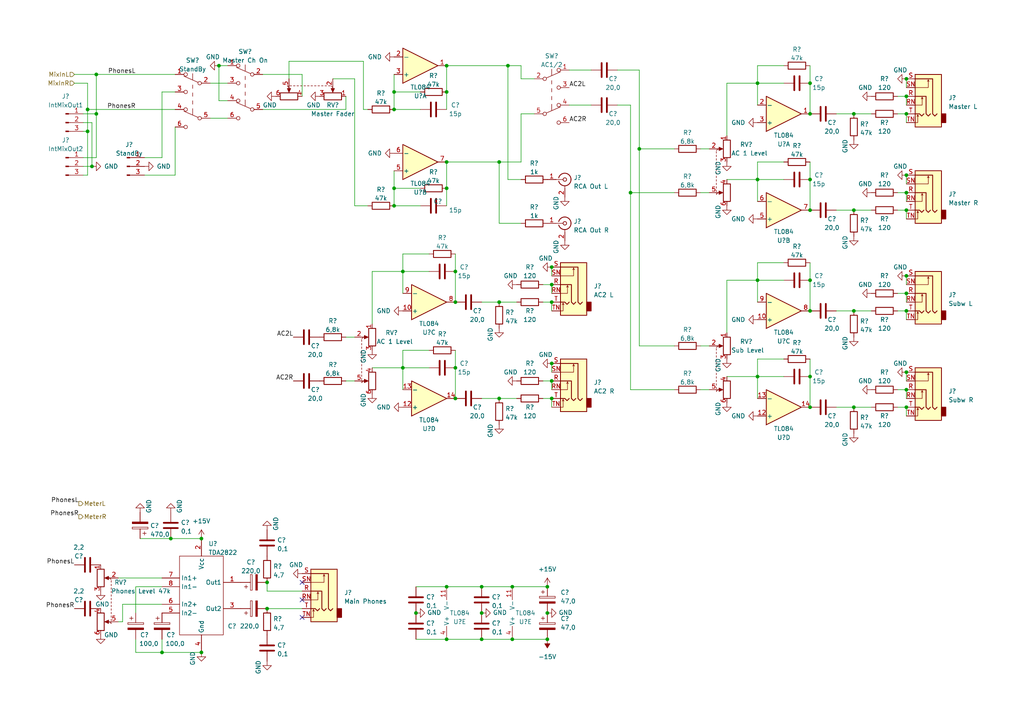
<source format=kicad_sch>
(kicad_sch (version 20211123) (generator eeschema)
  (paper "A4")
  (junction (at 139.7 185.42))
  (junction (at 234.95 60.96))
  (junction (at 132.08 115.57))
  (junction (at 262.89 90.17))
  (junction (at 262.89 85.09))
  (junction (at 26.67 48.26))
  (junction (at 262.89 27.94))
  (junction (at 234.95 24.13))
  (junction (at 148.59 170.18))
  (junction (at 144.78 87.63))
  (junction (at 116.84 78.74))
  (junction (at 58.42 156.21))
  (junction (at 147.32 19.05))
  (junction (at 129.54 26.67))
  (junction (at 120.65 177.8))
  (junction (at 160.02 110.49))
  (junction (at 234.95 33.02))
  (junction (at 139.7 177.8))
  (junction (at 182.88 55.88))
  (junction (at 132.08 106.68))
  (junction (at 114.3 59.69))
  (junction (at 114.3 31.75))
  (junction (at 129.54 46.99))
  (junction (at 247.65 90.17))
  (junction (at 148.59 185.42))
  (junction (at 132.08 87.63))
  (junction (at 158.75 177.8))
  (junction (at 262.89 80.01))
  (junction (at 234.95 118.11))
  (junction (at 234.95 52.07))
  (junction (at 262.89 118.11))
  (junction (at 77.47 168.91))
  (junction (at 160.02 105.41))
  (junction (at 219.71 81.28))
  (junction (at 219.71 52.07))
  (junction (at 46.99 189.23))
  (junction (at 160.02 82.55))
  (junction (at 129.54 54.61))
  (junction (at 25.4 38.1))
  (junction (at 262.89 55.88))
  (junction (at 116.84 106.68))
  (junction (at 160.02 115.57))
  (junction (at 262.89 33.02))
  (junction (at 262.89 107.95))
  (junction (at 158.75 170.18))
  (junction (at 262.89 50.8))
  (junction (at 262.89 60.96))
  (junction (at 129.54 19.05))
  (junction (at 144.78 46.99))
  (junction (at 160.02 77.47))
  (junction (at 63.5 19.05))
  (junction (at 144.78 115.57))
  (junction (at 185.42 43.18))
  (junction (at 27.94 33.02))
  (junction (at 160.02 87.63))
  (junction (at 114.3 54.61))
  (junction (at 234.95 81.28))
  (junction (at 247.65 118.11))
  (junction (at 114.3 26.67))
  (junction (at 219.71 109.22))
  (junction (at 58.42 189.23))
  (junction (at 27.94 21.59))
  (junction (at 132.08 78.74))
  (junction (at 234.95 90.17))
  (junction (at 262.89 22.86))
  (junction (at 247.65 60.96))
  (junction (at 262.89 113.03))
  (junction (at 139.7 170.18))
  (junction (at 25.4 31.75))
  (junction (at 129.54 170.18))
  (junction (at 158.75 185.42))
  (junction (at 77.47 176.53))
  (junction (at 49.53 156.21))
  (junction (at 234.95 109.22))
  (junction (at 219.71 24.13))
  (junction (at 129.54 185.42))
  (junction (at 247.65 33.02))
  (no_connect (at 87.63 179.07))
  (no_connect (at 87.63 173.99))
  (no_connect (at 87.63 168.91))
  (wire (pts (xy 132.08 78.74) (xy 132.08 87.63)))
  (wire (pts (xy 46.99 185.42) (xy 46.99 189.23)))
  (wire (pts (xy 260.35 55.88) (xy 262.89 55.88)))
  (wire (pts (xy 121.92 31.75) (xy 114.3 31.75)))
  (wire (pts (xy 262.89 85.09) (xy 262.89 87.63)))
  (wire (pts (xy 24.13 38.1) (xy 25.4 38.1)))
  (wire (pts (xy 132.08 73.66) (xy 132.08 78.74)))
  (wire (pts (xy 185.42 43.18) (xy 195.58 43.18)))
  (wire (pts (xy 147.32 52.07) (xy 147.32 19.05)))
  (wire (pts (xy 148.59 170.18) (xy 158.75 170.18)))
  (wire (pts (xy 151.13 33.02) (xy 151.13 46.99)))
  (wire (pts (xy 160.02 110.49) (xy 160.02 113.03)))
  (wire (pts (xy 129.54 54.61) (xy 129.54 59.69)))
  (wire (pts (xy 129.54 46.99) (xy 144.78 46.99)))
  (wire (pts (xy 25.4 31.75) (xy 50.8 31.75)))
  (wire (pts (xy 260.35 118.11) (xy 262.89 118.11)))
  (wire (pts (xy 157.48 115.57) (xy 160.02 115.57)))
  (wire (pts (xy 46.99 45.72) (xy 41.91 45.72)))
  (wire (pts (xy 260.35 27.94) (xy 262.89 27.94)))
  (wire (pts (xy 50.8 36.83) (xy 50.8 50.8)))
  (wire (pts (xy 87.63 171.45) (xy 77.47 171.45)))
  (wire (pts (xy 46.99 26.67) (xy 46.99 45.72)))
  (wire (pts (xy 120.65 185.42) (xy 129.54 185.42)))
  (wire (pts (xy 107.95 106.68) (xy 116.84 106.68)))
  (wire (pts (xy 210.82 52.07) (xy 219.71 52.07)))
  (wire (pts (xy 129.54 185.42) (xy 139.7 185.42)))
  (wire (pts (xy 87.63 21.59) (xy 87.63 27.94)))
  (wire (pts (xy 129.54 170.18) (xy 139.7 170.18)))
  (wire (pts (xy 102.87 22.86) (xy 102.87 59.69)))
  (wire (pts (xy 151.13 64.77) (xy 144.78 64.77)))
  (wire (pts (xy 219.71 81.28) (xy 219.71 87.63)))
  (wire (pts (xy 96.52 22.86) (xy 102.87 22.86)))
  (wire (pts (xy 147.32 19.05) (xy 151.13 19.05)))
  (wire (pts (xy 60.96 34.29) (xy 66.04 34.29)))
  (wire (pts (xy 35.56 180.34) (xy 34.29 180.34)))
  (wire (pts (xy 262.89 27.94) (xy 262.89 30.48)))
  (wire (pts (xy 76.2 31.75) (xy 100.33 31.75)))
  (wire (pts (xy 105.41 31.75) (xy 105.41 17.78)))
  (wire (pts (xy 179.07 20.32) (xy 185.42 20.32)))
  (wire (pts (xy 227.33 46.99) (xy 219.71 46.99)))
  (wire (pts (xy 144.78 115.57) (xy 149.86 115.57)))
  (wire (pts (xy 114.3 26.67) (xy 114.3 21.59)))
  (wire (pts (xy 260.35 33.02) (xy 262.89 33.02)))
  (wire (pts (xy 21.59 21.59) (xy 27.94 21.59)))
  (wire (pts (xy 77.47 171.45) (xy 77.47 168.91)))
  (wire (pts (xy 203.2 113.03) (xy 205.74 113.03)))
  (wire (pts (xy 262.89 55.88) (xy 262.89 58.42)))
  (wire (pts (xy 247.65 33.02) (xy 252.73 33.02)))
  (wire (pts (xy 260.35 85.09) (xy 262.89 85.09)))
  (wire (pts (xy 27.94 21.59) (xy 27.94 33.02)))
  (wire (pts (xy 260.35 113.03) (xy 262.89 113.03)))
  (wire (pts (xy 107.95 78.74) (xy 107.95 93.98)))
  (wire (pts (xy 160.02 87.63) (xy 160.02 90.17)))
  (wire (pts (xy 262.89 50.8) (xy 262.89 53.34)))
  (wire (pts (xy 25.4 38.1) (xy 25.4 50.8)))
  (wire (pts (xy 114.3 54.61) (xy 114.3 49.53)))
  (wire (pts (xy 40.64 156.21) (xy 49.53 156.21)))
  (wire (pts (xy 219.71 46.99) (xy 219.71 52.07)))
  (wire (pts (xy 219.71 109.22) (xy 219.71 115.57)))
  (wire (pts (xy 227.33 76.2) (xy 219.71 76.2)))
  (wire (pts (xy 160.02 82.55) (xy 160.02 85.09)))
  (wire (pts (xy 46.99 189.23) (xy 58.42 189.23)))
  (wire (pts (xy 100.33 110.49) (xy 102.87 110.49)))
  (wire (pts (xy 234.95 76.2) (xy 234.95 81.28)))
  (wire (pts (xy 262.89 33.02) (xy 262.89 35.56)))
  (wire (pts (xy 114.3 59.69) (xy 114.3 54.61)))
  (wire (pts (xy 129.54 46.99) (xy 129.54 54.61)))
  (wire (pts (xy 154.94 33.02) (xy 151.13 33.02)))
  (wire (pts (xy 247.65 90.17) (xy 252.73 90.17)))
  (wire (pts (xy 234.95 81.28) (xy 234.95 90.17)))
  (wire (pts (xy 157.48 110.49) (xy 160.02 110.49)))
  (wire (pts (xy 121.92 54.61) (xy 114.3 54.61)))
  (wire (pts (xy 124.46 101.6) (xy 116.84 101.6)))
  (wire (pts (xy 25.4 50.8) (xy 24.13 50.8)))
  (wire (pts (xy 151.13 52.07) (xy 147.32 52.07)))
  (wire (pts (xy 105.41 31.75) (xy 106.68 31.75)))
  (wire (pts (xy 26.67 35.56) (xy 24.13 35.56)))
  (wire (pts (xy 262.89 90.17) (xy 262.89 92.71)))
  (wire (pts (xy 24.13 48.26) (xy 26.67 48.26)))
  (wire (pts (xy 182.88 55.88) (xy 195.58 55.88)))
  (wire (pts (xy 120.65 170.18) (xy 129.54 170.18)))
  (wire (pts (xy 234.95 46.99) (xy 234.95 52.07)))
  (wire (pts (xy 203.2 55.88) (xy 205.74 55.88)))
  (wire (pts (xy 139.7 87.63) (xy 144.78 87.63)))
  (wire (pts (xy 160.02 115.57) (xy 160.02 118.11)))
  (wire (pts (xy 165.1 30.48) (xy 171.45 30.48)))
  (wire (pts (xy 107.95 78.74) (xy 116.84 78.74)))
  (wire (pts (xy 185.42 100.33) (xy 185.42 43.18)))
  (wire (pts (xy 165.1 20.32) (xy 171.45 20.32)))
  (wire (pts (xy 114.3 59.69) (xy 121.92 59.69)))
  (wire (pts (xy 21.59 24.13) (xy 25.4 24.13)))
  (wire (pts (xy 160.02 105.41) (xy 160.02 107.95)))
  (wire (pts (xy 132.08 101.6) (xy 132.08 106.68)))
  (wire (pts (xy 262.89 113.03) (xy 262.89 115.57)))
  (wire (pts (xy 234.95 109.22) (xy 234.95 118.11)))
  (wire (pts (xy 179.07 30.48) (xy 182.88 30.48)))
  (wire (pts (xy 50.8 26.67) (xy 46.99 26.67)))
  (wire (pts (xy 124.46 73.66) (xy 116.84 73.66)))
  (wire (pts (xy 49.53 156.21) (xy 58.42 156.21)))
  (wire (pts (xy 242.57 118.11) (xy 247.65 118.11)))
  (wire (pts (xy 227.33 19.05) (xy 219.71 19.05)))
  (wire (pts (xy 219.71 24.13) (xy 219.71 30.48)))
  (wire (pts (xy 210.82 24.13) (xy 219.71 24.13)))
  (wire (pts (xy 139.7 170.18) (xy 148.59 170.18)))
  (wire (pts (xy 227.33 104.14) (xy 219.71 104.14)))
  (wire (pts (xy 151.13 22.86) (xy 151.13 19.05)))
  (wire (pts (xy 144.78 46.99) (xy 151.13 46.99)))
  (wire (pts (xy 262.89 118.11) (xy 262.89 120.65)))
  (wire (pts (xy 139.7 115.57) (xy 144.78 115.57)))
  (wire (pts (xy 219.71 76.2) (xy 219.71 81.28)))
  (wire (pts (xy 27.94 33.02) (xy 24.13 33.02)))
  (wire (pts (xy 66.04 29.21) (xy 63.5 29.21)))
  (wire (pts (xy 154.94 22.86) (xy 151.13 22.86)))
  (wire (pts (xy 27.94 21.59) (xy 50.8 21.59)))
  (wire (pts (xy 203.2 100.33) (xy 205.74 100.33)))
  (wire (pts (xy 148.59 185.42) (xy 158.75 185.42)))
  (wire (pts (xy 182.88 30.48) (xy 182.88 55.88)))
  (wire (pts (xy 25.4 31.75) (xy 25.4 38.1)))
  (wire (pts (xy 25.4 24.13) (xy 25.4 31.75)))
  (wire (pts (xy 124.46 78.74) (xy 116.84 78.74)))
  (wire (pts (xy 234.95 24.13) (xy 234.95 33.02)))
  (wire (pts (xy 262.89 107.95) (xy 262.89 110.49)))
  (wire (pts (xy 227.33 24.13) (xy 219.71 24.13)))
  (wire (pts (xy 100.33 27.94) (xy 100.33 31.75)))
  (wire (pts (xy 210.82 24.13) (xy 210.82 39.37)))
  (wire (pts (xy 260.35 90.17) (xy 262.89 90.17)))
  (wire (pts (xy 39.37 185.42) (xy 39.37 189.23)))
  (wire (pts (xy 60.96 24.13) (xy 66.04 24.13)))
  (wire (pts (xy 185.42 100.33) (xy 195.58 100.33)))
  (wire (pts (xy 262.89 80.01) (xy 262.89 82.55)))
  (wire (pts (xy 234.95 52.07) (xy 234.95 60.96)))
  (wire (pts (xy 63.5 19.05) (xy 66.04 19.05)))
  (wire (pts (xy 129.54 19.05) (xy 129.54 26.67)))
  (wire (pts (xy 242.57 90.17) (xy 247.65 90.17)))
  (wire (pts (xy 116.84 106.68) (xy 124.46 106.68)))
  (wire (pts (xy 234.95 19.05) (xy 234.95 24.13)))
  (wire (pts (xy 160.02 77.47) (xy 160.02 80.01)))
  (wire (pts (xy 219.71 109.22) (xy 227.33 109.22)))
  (wire (pts (xy 219.71 104.14) (xy 219.71 109.22)))
  (wire (pts (xy 63.5 29.21) (xy 63.5 19.05)))
  (wire (pts (xy 219.71 52.07) (xy 227.33 52.07)))
  (wire (pts (xy 129.54 19.05) (xy 147.32 19.05)))
  (wire (pts (xy 203.2 43.18) (xy 205.74 43.18)))
  (wire (pts (xy 139.7 185.42) (xy 148.59 185.42)))
  (wire (pts (xy 116.84 106.68) (xy 116.84 113.03)))
  (wire (pts (xy 76.2 21.59) (xy 87.63 21.59)))
  (wire (pts (xy 46.99 175.26) (xy 35.56 175.26)))
  (wire (pts (xy 210.82 109.22) (xy 219.71 109.22)))
  (wire (pts (xy 247.65 60.96) (xy 252.73 60.96)))
  (wire (pts (xy 26.67 48.26) (xy 26.67 35.56)))
  (wire (pts (xy 262.89 22.86) (xy 262.89 25.4)))
  (wire (pts (xy 182.88 55.88) (xy 182.88 113.03)))
  (wire (pts (xy 219.71 19.05) (xy 219.71 24.13)))
  (wire (pts (xy 144.78 64.77) (xy 144.78 46.99)))
  (wire (pts (xy 157.48 87.63) (xy 160.02 87.63)))
  (wire (pts (xy 227.33 81.28) (xy 219.71 81.28)))
  (wire (pts (xy 242.57 60.96) (xy 247.65 60.96)))
  (wire (pts (xy 219.71 52.07) (xy 219.71 58.42)))
  (wire (pts (xy 144.78 87.63) (xy 149.86 87.63)))
  (wire (pts (xy 39.37 170.18) (xy 46.99 170.18)))
  (wire (pts (xy 34.29 167.64) (xy 46.99 167.64)))
  (wire (pts (xy 27.94 45.72) (xy 27.94 33.02)))
  (wire (pts (xy 260.35 60.96) (xy 262.89 60.96)))
  (wire (pts (xy 39.37 189.23) (xy 46.99 189.23)))
  (wire (pts (xy 157.48 82.55) (xy 160.02 82.55)))
  (wire (pts (xy 121.92 26.67) (xy 114.3 26.67)))
  (wire (pts (xy 185.42 20.32) (xy 185.42 43.18)))
  (wire (pts (xy 39.37 177.8) (xy 39.37 170.18)))
  (wire (pts (xy 83.82 17.78) (xy 105.41 17.78)))
  (wire (pts (xy 114.3 31.75) (xy 114.3 26.67)))
  (wire (pts (xy 242.57 33.02) (xy 247.65 33.02)))
  (wire (pts (xy 35.56 175.26) (xy 35.56 180.34)))
  (wire (pts (xy 116.84 73.66) (xy 116.84 78.74)))
  (wire (pts (xy 24.13 45.72) (xy 27.94 45.72)))
  (wire (pts (xy 116.84 78.74) (xy 116.84 85.09)))
  (wire (pts (xy 116.84 101.6) (xy 116.84 106.68)))
  (wire (pts (xy 210.82 81.28) (xy 210.82 96.52)))
  (wire (pts (xy 210.82 81.28) (xy 219.71 81.28)))
  (wire (pts (xy 100.33 97.79) (xy 102.87 97.79)))
  (wire (pts (xy 102.87 59.69) (xy 106.68 59.69)))
  (wire (pts (xy 129.54 26.67) (xy 129.54 31.75)))
  (wire (pts (xy 50.8 50.8) (xy 41.91 50.8)))
  (wire (pts (xy 83.82 17.78) (xy 83.82 22.86)))
  (wire (pts (xy 182.88 113.03) (xy 195.58 113.03)))
  (wire (pts (xy 132.08 106.68) (xy 132.08 115.57)))
  (wire (pts (xy 247.65 118.11) (xy 252.73 118.11)))
  (wire (pts (xy 234.95 104.14) (xy 234.95 109.22)))
  (wire (pts (xy 77.47 176.53) (xy 87.63 176.53)))
  (wire (pts (xy 262.89 60.96) (xy 262.89 63.5)))
  (label "AC2R" (at 165.1 35.56 0))
  (label "PhonesR" (at 39.37 31.75 180))
  (label "AC2L" (at 165.1 25.4 0))
  (label "PhonesL" (at 22.86 146.05 180))
  (label "PhonesL" (at 39.37 21.59 180))
  (label "PhonesR" (at 21.59 176.53 180))
  (label "PhonesR" (at 22.86 149.86 180))
  (label "PhonesL" (at 21.59 163.83 180))
  (label "AC2R" (at 85.09 110.49 180))
  (label "AC2L" (at 85.09 97.79 180))
  (hierarchical_label "MixInR" (shape input) (at 21.59 24.13 180))
  (hierarchical_label "MixInL" (shape input) (at 21.59 21.59 180))
  (hierarchical_label "MeterL" (shape output) (at 22.86 146.05 0))
  (hierarchical_label "MeterR" (shape output) (at 22.86 149.86 0))
  (symbol (lib_id "Device:R") (at 110.49 59.69 90) (unit 1)
    (property "Reference" "R?" (at 110.49 54.9742 90))
    (property "Value" "47k" (at 110.49 57.5111 90))
    (property "Footprint" "Resistor_SMD:R_1206_3216Metric_Pad1.30x1.75mm_HandSolder" (effects hide))
  )
  (symbol (lib_id "Device:R_Potentiometer_Dual") (at 31.75 173.99 270) (unit 1)
    (property "Reference" "RV?" (at 36.83 168.91 90) (effects (justify right)))
    (property "Value" "Phones Level 47k" (at 49.53 171.45 90) (effects (justify right)))
  )
  (symbol (lib_id "power:+15V") (at 158.75 170.18 0) (unit 1)
    (property "Reference" "#PWR?" (effects hide))
    (property "Value" "+15V" (at 158.75 165.1 0))
  )
  (symbol (lib_id "Device:R") (at 153.67 115.57 90) (unit 1)
    (property "Reference" "R?" (at 153.67 118.11 90))
    (property "Value" "120" (at 153.67 120.65 90))
    (property "Footprint" "Resistor_SMD:R_1206_3216Metric_Pad1.30x1.75mm_HandSolder" (effects hide))
  )
  (symbol (lib_id "Device:R") (at 77.47 180.34 180) (unit 1)
    (property "Reference" "R?" (at 79.248 179.5053 0) (effects (justify right)))
    (property "Value" "4,7" (at 79.248 182.0422 0) (effects (justify right)))
    (property "Footprint" "Resistor_SMD:R_1206_3216Metric_Pad1.30x1.75mm_HandSolder" (effects hide))
  )
  (symbol (lib_id "Amplifier_Operational:TL084") (at 124.46 87.63 0) (mirror x) (unit 3)
    (property "Reference" "U?" (at 124.46 96.4098 0))
    (property "Value" "TL084" (at 124.46 93.8729 0))
    (property "Datasheet" "http://www.ti.com/lit/ds/symlink/tl081.pdf" (effects hide))
  )
  (symbol (lib_id "power:GND") (at 163.83 57.15 0) (mirror y) (unit 1)
    (property "Reference" "#PWR?" (effects hide))
    (property "Value" "GND" (at 161.29 60.96 90) (effects (justify left)))
  )
  (symbol (lib_id "power:GND") (at 219.71 35.56 270) (mirror x) (unit 1)
    (property "Reference" "#PWR?" (effects hide))
    (property "Value" "GND" (at 212.09 35.56 90) (effects (justify left)))
  )
  (symbol (lib_id "Device:C") (at 120.65 173.99 180) (unit 1)
    (property "Reference" "C?" (at 123.571 173.1553 0) (effects (justify right)))
    (property "Value" "0,1" (at 123.571 175.6922 0) (effects (justify right)))
    (property "Footprint" "Capacitor_SMD:C_1206_3216Metric_Pad1.33x1.80mm_HandSolder" (effects hide))
  )
  (symbol (lib_id "Device:R") (at 153.67 82.55 90) (unit 1)
    (property "Reference" "R?" (at 153.67 77.47 90))
    (property "Value" "120" (at 153.67 80.01 90))
    (property "Footprint" "Resistor_SMD:R_1206_3216Metric_Pad1.30x1.75mm_HandSolder" (effects hide))
  )
  (symbol (lib_id "power:GND") (at 210.82 104.14 0) (mirror y) (unit 1)
    (property "Reference" "#PWR?" (effects hide))
    (property "Value" "GND" (at 208.28 107.95 90) (effects (justify left)))
  )
  (symbol (lib_id "Device:C_Polarized") (at 73.66 176.53 90) (unit 1)
    (property "Reference" "C?" (at 67.31 181.61 90))
    (property "Value" "220,0" (at 72.39 181.61 90))
  )
  (symbol (lib_id "Device:R") (at 256.54 118.11 90) (unit 1)
    (property "Reference" "R?" (at 256.54 120.65 90))
    (property "Value" "120" (at 256.54 123.19 90))
    (property "Footprint" "Resistor_SMD:R_1206_3216Metric_Pad1.30x1.75mm_HandSolder" (effects hide))
  )
  (symbol (lib_id "power:GND") (at 114.3 16.51 270) (unit 1)
    (property "Reference" "#PWR?" (effects hide))
    (property "Value" "GND" (at 106.68 16.51 90) (effects (justify left)))
  )
  (symbol (lib_id "power:GND") (at 160.02 77.47 270) (mirror x) (unit 1)
    (property "Reference" "#PWR?" (effects hide))
    (property "Value" "GND" (at 156.21 74.93 90) (effects (justify left)))
  )
  (symbol (lib_id "power:GND") (at 252.73 113.03 270) (mirror x) (unit 1)
    (property "Reference" "#PWR?" (effects hide))
    (property "Value" "GND" (at 248.92 110.49 90) (effects (justify left)))
  )
  (symbol (lib_id "power:GND") (at 252.73 55.88 270) (mirror x) (unit 1)
    (property "Reference" "#PWR?" (effects hide))
    (property "Value" "GND" (at 248.92 53.34 90) (effects (justify left)))
  )
  (symbol (lib_id "Device:R_Potentiometer_Dual") (at 90.17 25.4 0) (mirror y) (unit 1)
    (property "Reference" "RV?" (at 96.52 30.48 0))
    (property "Value" "Master Fader" (at 96.52 33.02 0))
  )
  (symbol (lib_id "Device:C") (at 175.26 30.48 90) (unit 1)
    (property "Reference" "C?" (at 177.8 33.02 90))
    (property "Value" "20,0" (at 177.8 35.56 90))
    (property "Footprint" "Capacitor_SMD:C_1206_3216Metric_Pad1.33x1.80mm_HandSolder" (effects hide))
  )
  (symbol (lib_id "Device:R") (at 154.94 52.07 90) (unit 1)
    (property "Reference" "R?" (at 154.94 47.3542 90))
    (property "Value" "1k" (at 154.94 49.8911 90))
    (property "Footprint" "Resistor_SMD:R_1206_3216Metric_Pad1.30x1.75mm_HandSolder" (effects hide))
  )
  (symbol (lib_id "Device:C") (at 238.76 33.02 90) (unit 1)
    (property "Reference" "C?" (at 241.3 35.56 90))
    (property "Value" "20,0" (at 241.3 38.1 90))
    (property "Footprint" "Capacitor_SMD:C_1206_3216Metric_Pad1.33x1.80mm_HandSolder" (effects hide))
  )
  (symbol (lib_id "power:GND") (at 210.82 46.99 0) (mirror y) (unit 1)
    (property "Reference" "#PWR?" (effects hide))
    (property "Value" "GND" (at 208.28 50.8 90) (effects (justify left)))
  )
  (symbol (lib_id "Device:R_Potentiometer_Dual") (at 105.41 104.14 90) (mirror x) (unit 1)
    (property "Reference" "RV?" (at 111.76 96.52 90) (effects (justify right)))
    (property "Value" "AC 1 Level" (at 109.22 99.06 90) (effects (justify right)))
  )
  (symbol (lib_id "Device:R") (at 125.73 54.61 90) (unit 1)
    (property "Reference" "R?" (at 125.73 49.8942 90))
    (property "Value" "47k" (at 125.73 52.4311 90))
    (property "Footprint" "Resistor_SMD:R_1206_3216Metric_Pad1.30x1.75mm_HandSolder" (effects hide))
  )
  (symbol (lib_id "Device:R") (at 199.39 100.33 90) (unit 1)
    (property "Reference" "R?" (at 199.39 95.6142 90))
    (property "Value" "6,8k" (at 199.39 98.1511 90))
    (property "Footprint" "Resistor_SMD:R_1206_3216Metric_Pad1.30x1.75mm_HandSolder" (effects hide))
  )
  (symbol (lib_id "Device:R_Potentiometer_Dual") (at 208.28 49.53 90) (mirror x) (unit 1)
    (property "Reference" "RV?" (at 214.63 41.91 90) (effects (justify right)))
    (property "Value" "AC 1 Level" (at 212.09 44.45 90) (effects (justify right)))
  )
  (symbol (lib_id "Device:C") (at 238.76 60.96 90) (unit 1)
    (property "Reference" "C?" (at 241.3 63.5 90))
    (property "Value" "20,0" (at 241.3 66.04 90))
    (property "Footprint" "Capacitor_SMD:C_1206_3216Metric_Pad1.33x1.80mm_HandSolder" (effects hide))
  )
  (symbol (lib_id "Amplifier_Operational:TL084") (at 227.33 118.11 0) (mirror x) (unit 4)
    (property "Reference" "U?" (at 227.33 126.8898 0))
    (property "Value" "TL084" (at 227.33 124.3529 0))
    (property "Datasheet" "http://www.ti.com/lit/ds/symlink/tl081.pdf" (effects hide))
  )
  (symbol (lib_id "Device:R") (at 247.65 64.77 180) (unit 1)
    (property "Reference" "R?" (at 249.428 63.9353 0) (effects (justify right)))
    (property "Value" "47k" (at 249.428 66.4722 0) (effects (justify right)))
    (property "Footprint" "Resistor_SMD:R_1206_3216Metric_Pad1.30x1.75mm_HandSolder" (effects hide))
  )
  (symbol (lib_id "Device:R") (at 256.54 90.17 90) (unit 1)
    (property "Reference" "R?" (at 256.54 92.71 90))
    (property "Value" "120" (at 256.54 95.25 90))
    (property "Footprint" "Resistor_SMD:R_1206_3216Metric_Pad1.30x1.75mm_HandSolder" (effects hide))
  )
  (symbol (lib_id "Device:R") (at 154.94 64.77 90) (unit 1)
    (property "Reference" "R?" (at 154.94 60.0542 90))
    (property "Value" "1k" (at 154.94 62.5911 90))
    (property "Footprint" "Resistor_SMD:R_1206_3216Metric_Pad1.30x1.75mm_HandSolder" (effects hide))
  )
  (symbol (lib_id "Device:C_Polarized") (at 73.66 168.91 90) (unit 1)
    (property "Reference" "C?" (at 72.771 163.0512 90))
    (property "Value" "220,0" (at 72.771 165.5881 90))
  )
  (symbol (lib_id "power:GND") (at 77.47 191.77 0) (mirror y) (unit 1)
    (property "Reference" "#PWR?" (effects hide))
    (property "Value" "GND" (at 74.93 195.58 90) (effects (justify left)))
  )
  (symbol (lib_id "Device:C_Polarized") (at 158.75 173.99 0) (unit 1)
    (property "Reference" "C?" (at 162.56 171.8309 0) (effects (justify left)))
    (property "Value" "47,0" (at 162.56 174.3709 0) (effects (justify left)))
    (property "Footprint" "Capacitor_THT:CP_Radial_D6.3mm_P2.50mm" (effects hide))
  )
  (symbol (lib_id "Amplifier_Operational:TL084") (at 151.13 177.8 0) (mirror x) (unit 5)
    (property "Reference" "U?" (at 152.4 180.34 0))
    (property "Value" "TL084" (at 152.4 177.8 0))
    (property "Datasheet" "http://www.ti.com/lit/ds/symlink/tl081.pdf" (effects hide))
  )
  (symbol (lib_id "Device:R") (at 96.52 110.49 90) (unit 1)
    (property "Reference" "R?" (at 96.52 105.7742 90))
    (property "Value" "6,8k" (at 96.52 108.3111 90))
    (property "Footprint" "Resistor_SMD:R_1206_3216Metric_Pad1.30x1.75mm_HandSolder" (effects hide))
  )
  (symbol (lib_id "Device:R") (at 199.39 43.18 90) (unit 1)
    (property "Reference" "R?" (at 199.39 38.4642 90))
    (property "Value" "6,8k" (at 199.39 41.0011 90))
    (property "Footprint" "Resistor_SMD:R_1206_3216Metric_Pad1.30x1.75mm_HandSolder" (effects hide))
  )
  (symbol (lib_id "Connector:AudioJack3_Switch") (at 267.97 113.03 0) (mirror y) (unit 1)
    (property "Reference" "J?" (at 275.082 113.4653 0) (effects (justify right)))
    (property "Value" "Subw R" (at 275.082 116.0022 0) (effects (justify right)))
    (property "Footprint" "Connector_Audio:Jack_6.35mm_Neutrik_NMJ6HCD2_Horizontal" (effects hide))
  )
  (symbol (lib_id "power:GND") (at 29.21 171.45 0) (mirror y) (unit 1)
    (property "Reference" "#PWR?" (effects hide))
    (property "Value" "GND" (at 31.75 175.26 0) (effects (justify left)))
  )
  (symbol (lib_id "Device:R") (at 231.14 104.14 90) (unit 1)
    (property "Reference" "R?" (at 231.14 99.4242 90))
    (property "Value" "47k" (at 231.14 101.9611 90))
    (property "Footprint" "Resistor_SMD:R_1206_3216Metric_Pad1.30x1.75mm_HandSolder" (effects hide))
  )
  (symbol (lib_id "Device:C") (at 25.4 163.83 270) (unit 1)
    (property "Reference" "C?" (at 22.86 161.29 90))
    (property "Value" "2,2" (at 22.86 158.75 90))
    (property "Footprint" "Capacitor_SMD:C_1206_3216Metric_Pad1.33x1.80mm_HandSolder" (effects hide))
  )
  (symbol (lib_id "Device:R") (at 256.54 113.03 90) (unit 1)
    (property "Reference" "R?" (at 256.54 107.95 90))
    (property "Value" "120" (at 256.54 110.49 90))
    (property "Footprint" "Resistor_SMD:R_1206_3216Metric_Pad1.30x1.75mm_HandSolder" (effects hide))
  )
  (symbol (lib_id "Device:C") (at 231.14 109.22 90) (unit 1)
    (property "Reference" "C?" (at 237.49 107.95 90))
    (property "Value" "15p" (at 237.49 110.49 90))
    (property "Footprint" "Capacitor_THT:C_Disc_D5.0mm_W2.5mm_P2.50mm" (effects hide))
  )
  (symbol (lib_id "Device:C") (at 88.9 110.49 90) (unit 1)
    (property "Reference" "C?" (at 91.44 113.03 90))
    (property "Value" "20,0" (at 91.44 115.57 90))
    (property "Footprint" "Capacitor_SMD:C_1206_3216Metric_Pad1.33x1.80mm_HandSolder" (effects hide))
  )
  (symbol (lib_id "Connector:AudioJack3_Switch") (at 267.97 55.88 0) (mirror y) (unit 1)
    (property "Reference" "J?" (at 275.082 56.3153 0) (effects (justify right)))
    (property "Value" "Master R" (at 275.082 58.8522 0) (effects (justify right)))
    (property "Footprint" "Connector_Audio:Jack_6.35mm_Neutrik_NMJ6HCD2_Horizontal" (effects hide))
  )
  (symbol (lib_id "Device:R") (at 256.54 27.94 90) (unit 1)
    (property "Reference" "R?" (at 256.54 22.86 90))
    (property "Value" "120" (at 256.54 25.4 90))
    (property "Footprint" "Resistor_SMD:R_1206_3216Metric_Pad1.30x1.75mm_HandSolder" (effects hide))
  )
  (symbol (lib_id "Device:C") (at 231.14 81.28 90) (unit 1)
    (property "Reference" "C?" (at 237.49 80.01 90))
    (property "Value" "15p" (at 237.49 82.55 90))
    (property "Footprint" "Capacitor_THT:C_Disc_D5.0mm_W2.5mm_P2.50mm" (effects hide))
  )
  (symbol (lib_id "power:GND") (at 107.95 114.3 0) (mirror y) (unit 1)
    (property "Reference" "#PWR?" (effects hide))
    (property "Value" "GND" (at 105.41 118.11 90) (effects (justify left)))
  )
  (symbol (lib_id "Device:C") (at 238.76 118.11 90) (unit 1)
    (property "Reference" "C?" (at 241.3 120.65 90))
    (property "Value" "20,0" (at 241.3 123.19 90))
    (property "Footprint" "Capacitor_SMD:C_1206_3216Metric_Pad1.33x1.80mm_HandSolder" (effects hide))
  )
  (symbol (lib_id "Device:C") (at 88.9 97.79 90) (unit 1)
    (property "Reference" "C?" (at 91.44 100.33 90))
    (property "Value" "20,0" (at 91.44 102.87 90))
    (property "Footprint" "Capacitor_SMD:C_1206_3216Metric_Pad1.33x1.80mm_HandSolder" (effects hide))
  )
  (symbol (lib_id "Amplifier_Operational:TL084") (at 227.33 90.17 0) (mirror x) (unit 3)
    (property "Reference" "U?" (at 227.33 98.9498 0))
    (property "Value" "TL084" (at 227.33 96.4129 0))
    (property "Datasheet" "http://www.ti.com/lit/ds/symlink/tl081.pdf" (effects hide))
  )
  (symbol (lib_id "ussr_ic:TDA2822") (at 58.42 172.72 0) (unit 1)
    (property "Reference" "U?" (at 60.4394 157.7172 0) (effects (justify left)))
    (property "Value" "TDA2822" (at 60.4394 160.2541 0) (effects (justify left)))
    (property "Footprint" "Package_DIP:DIP-8_W7.62mm_Socket_LongPads" (effects hide))
    (property "Datasheet" "https://usilitelstabo.ru/wp-content/uploads/doc0002tda2822.pdf" (effects hide))
  )
  (symbol (lib_id "Device:R") (at 77.47 165.1 180) (unit 1)
    (property "Reference" "R?" (at 79.248 164.2653 0) (effects (justify right)))
    (property "Value" "4,7" (at 79.248 166.8022 0) (effects (justify right)))
    (property "Footprint" "Resistor_SMD:R_1206_3216Metric_Pad1.30x1.75mm_HandSolder" (effects hide))
  )
  (symbol (lib_id "Device:C") (at 175.26 20.32 90) (unit 1)
    (property "Reference" "C?" (at 177.8 22.86 90))
    (property "Value" "20,0" (at 177.8 25.4 90))
    (property "Footprint" "Capacitor_SMD:C_1206_3216Metric_Pad1.33x1.80mm_HandSolder" (effects hide))
  )
  (symbol (lib_id "Switch:SW_Push_DPDT") (at 55.88 29.21 0) (mirror y) (unit 1)
    (property "Reference" "SW?" (at 55.88 17.5092 0))
    (property "Value" "StandBy" (at 55.88 20.0461 0))
  )
  (symbol (lib_id "Connector:Conn_Coaxial") (at 163.83 64.77 0) (unit 1)
    (property "Reference" "J?" (at 166.37 64.2285 0) (effects (justify left)))
    (property "Value" "RCA Out R" (at 166.37 66.7654 0) (effects (justify left)))
    (property "Datasheet" " ~" (effects hide))
  )
  (symbol (lib_id "Device:R") (at 256.54 60.96 90) (unit 1)
    (property "Reference" "R?" (at 256.54 63.5 90))
    (property "Value" "120" (at 256.54 66.04 90))
    (property "Footprint" "Resistor_SMD:R_1206_3216Metric_Pad1.30x1.75mm_HandSolder" (effects hide))
  )
  (symbol (lib_id "Device:R") (at 247.65 93.98 180) (unit 1)
    (property "Reference" "R?" (at 249.428 93.1453 0) (effects (justify right)))
    (property "Value" "47k" (at 249.428 95.6822 0) (effects (justify right)))
    (property "Footprint" "Resistor_SMD:R_1206_3216Metric_Pad1.30x1.75mm_HandSolder" (effects hide))
  )
  (symbol (lib_id "Device:R") (at 247.65 36.83 180) (unit 1)
    (property "Reference" "R?" (at 249.428 35.9953 0) (effects (justify right)))
    (property "Value" "47k" (at 249.428 38.5322 0) (effects (justify right)))
    (property "Footprint" "Resistor_SMD:R_1206_3216Metric_Pad1.30x1.75mm_HandSolder" (effects hide))
  )
  (symbol (lib_id "power:GND") (at 77.47 153.67 0) (mirror x) (unit 1)
    (property "Reference" "#PWR?" (effects hide))
    (property "Value" "GND" (at 80.01 149.86 90) (effects (justify left)))
  )
  (symbol (lib_id "Amplifier_Operational:TL084") (at 227.33 60.96 0) (mirror x) (unit 2)
    (property "Reference" "U?" (at 227.33 69.7398 0))
    (property "Value" "TL084" (at 227.33 67.2029 0))
    (property "Datasheet" "http://www.ti.com/lit/ds/symlink/tl081.pdf" (effects hide))
  )
  (symbol (lib_id "power:GND") (at 252.73 27.94 270) (mirror x) (unit 1)
    (property "Reference" "#PWR?" (effects hide))
    (property "Value" "GND" (at 248.92 25.4 90) (effects (justify left)))
  )
  (symbol (lib_id "Device:R") (at 231.14 19.05 90) (unit 1)
    (property "Reference" "R?" (at 231.14 14.3342 90))
    (property "Value" "47k" (at 231.14 16.8711 90))
    (property "Footprint" "Resistor_SMD:R_1206_3216Metric_Pad1.30x1.75mm_HandSolder" (effects hide))
  )
  (symbol (lib_id "Device:C") (at 125.73 31.75 90) (unit 1)
    (property "Reference" "C?" (at 132.08 30.48 90))
    (property "Value" "15p" (at 132.08 33.02 90))
    (property "Footprint" "Capacitor_THT:C_Disc_D5.0mm_W2.5mm_P2.50mm" (effects hide))
  )
  (symbol (lib_id "power:GND") (at 58.42 189.23 0) (mirror y) (unit 1)
    (property "Reference" "#PWR?" (effects hide))
    (property "Value" "GND" (at 55.88 193.04 90) (effects (justify left)))
  )
  (symbol (lib_id "Device:R") (at 199.39 55.88 90) (unit 1)
    (property "Reference" "R?" (at 199.39 51.1642 90))
    (property "Value" "6,8k" (at 199.39 53.7011 90))
    (property "Footprint" "Resistor_SMD:R_1206_3216Metric_Pad1.30x1.75mm_HandSolder" (effects hide))
  )
  (symbol (lib_id "power:GND") (at 163.83 69.85 0) (mirror y) (unit 1)
    (property "Reference" "#PWR?" (effects hide))
    (property "Value" "GND" (at 161.29 73.66 90) (effects (justify left)))
  )
  (symbol (lib_id "power:GND") (at 219.71 63.5 270) (mirror x) (unit 1)
    (property "Reference" "#PWR?" (effects hide))
    (property "Value" "GND" (at 212.09 63.5 90) (effects (justify left)))
  )
  (symbol (lib_id "power:GND") (at 92.71 27.94 270) (unit 1)
    (property "Reference" "#PWR?" (effects hide))
    (property "Value" "GND" (at 88.9 30.48 90) (effects (justify left)))
  )
  (symbol (lib_id "Device:C") (at 77.47 157.48 180) (unit 1)
    (property "Reference" "C?" (at 80.391 156.6453 0) (effects (justify right)))
    (property "Value" "0,1" (at 80.391 159.1822 0) (effects (justify right)))
    (property "Footprint" "Capacitor_SMD:C_1206_3216Metric_Pad1.33x1.80mm_HandSolder" (effects hide))
  )
  (symbol (lib_id "power:GND") (at 120.65 177.8 90) (unit 1)
    (property "Reference" "#PWR?" (effects hide))
    (property "Value" "GND" (at 123.9012 177.673 90) (effects (justify right)))
  )
  (symbol (lib_id "Amplifier_Operational:TL084") (at 227.33 33.02 0) (mirror x) (unit 1)
    (property "Reference" "U?" (at 227.33 41.7998 0))
    (property "Value" "TL084" (at 227.33 39.2629 0))
    (property "Datasheet" "http://www.ti.com/lit/ds/symlink/tl081.pdf" (effects hide))
  )
  (symbol (lib_id "power:GND") (at 247.65 125.73 0) (mirror y) (unit 1)
    (property "Reference" "#PWR?" (effects hide))
    (property "Value" "GND" (at 245.11 129.54 90) (effects (justify left)))
  )
  (symbol (lib_id "Device:R") (at 110.49 31.75 90) (unit 1)
    (property "Reference" "R?" (at 110.49 27.0342 90))
    (property "Value" "47k" (at 110.49 29.5711 90))
    (property "Footprint" "Resistor_SMD:R_1206_3216Metric_Pad1.30x1.75mm_HandSolder" (effects hide))
  )
  (symbol (lib_id "power:GND") (at 116.84 118.11 270) (mirror x) (unit 1)
    (property "Reference" "#PWR?" (effects hide))
    (property "Value" "GND" (at 109.22 118.11 90) (effects (justify left)))
  )
  (symbol (lib_id "Device:C_Polarized") (at 40.64 152.4 180) (unit 1)
    (property "Reference" "C?" (at 43.561 152.4543 0) (effects (justify right)))
    (property "Value" "470,0" (at 43.561 154.9912 0) (effects (justify right)))
  )
  (symbol (lib_id "Connector:Conn_01x03_Male") (at 19.05 35.56 0) (unit 1)
    (property "Reference" "J?" (at 19.05 27.94 0))
    (property "Value" "IntMixOut1" (at 19.05 30.48 0))
  )
  (symbol (lib_id "Device:R") (at 153.67 87.63 90) (unit 1)
    (property "Reference" "R?" (at 153.67 90.17 90))
    (property "Value" "120" (at 153.67 92.71 90))
    (property "Footprint" "Resistor_SMD:R_1206_3216Metric_Pad1.30x1.75mm_HandSolder" (effects hide))
  )
  (symbol (lib_id "power:GND") (at 262.89 80.01 270) (mirror x) (unit 1)
    (property "Reference" "#PWR?" (effects hide))
    (property "Value" "GND" (at 259.08 77.47 90) (effects (justify left)))
  )
  (symbol (lib_id "power:GND") (at 219.71 120.65 270) (mirror x) (unit 1)
    (property "Reference" "#PWR?" (effects hide))
    (property "Value" "GND" (at 212.09 120.65 90) (effects (justify left)))
  )
  (symbol (lib_id "Device:R") (at 125.73 26.67 90) (unit 1)
    (property "Reference" "R?" (at 125.73 21.9542 90))
    (property "Value" "47k" (at 125.73 24.4911 90))
    (property "Footprint" "Resistor_SMD:R_1206_3216Metric_Pad1.30x1.75mm_HandSolder" (effects hide))
  )
  (symbol (lib_id "Device:C") (at 231.14 24.13 90) (unit 1)
    (property "Reference" "C?" (at 237.49 22.86 90))
    (property "Value" "15p" (at 237.49 25.4 90))
    (property "Footprint" "Capacitor_THT:C_Disc_D5.0mm_W2.5mm_P2.50mm" (effects hide))
  )
  (symbol (lib_id "power:GND") (at 29.21 184.15 0) (mirror y) (unit 1)
    (property "Reference" "#PWR?" (effects hide))
    (property "Value" "GND" (at 34.29 184.15 0) (effects (justify left)))
  )
  (symbol (lib_id "power:GND") (at 107.95 101.6 0) (mirror y) (unit 1)
    (property "Reference" "#PWR?" (effects hide))
    (property "Value" "GND" (at 105.41 105.41 90) (effects (justify left)))
  )
  (symbol (lib_id "power:GND") (at 247.65 68.58 0) (mirror y) (unit 1)
    (property "Reference" "#PWR?" (effects hide))
    (property "Value" "GND" (at 245.11 72.39 90) (effects (justify left)))
  )
  (symbol (lib_id "Device:C_Polarized") (at 39.37 181.61 0) (unit 1)
    (property "Reference" "C?" (at 41.91 184.15 0))
    (property "Value" "100,0" (at 43.18 186.69 0))
  )
  (symbol (lib_id "Device:C") (at 120.65 181.61 180) (unit 1)
    (property "Reference" "C?" (at 123.571 180.7753 0) (effects (justify right)))
    (property "Value" "0,1" (at 123.571 183.3122 0) (effects (justify right)))
    (property "Footprint" "Capacitor_SMD:C_1206_3216Metric_Pad1.33x1.80mm_HandSolder" (effects hide))
  )
  (symbol (lib_id "power:GND") (at 252.73 85.09 270) (mirror x) (unit 1)
    (property "Reference" "#PWR?" (effects hide))
    (property "Value" "GND" (at 248.92 82.55 90) (effects (justify left)))
  )
  (symbol (lib_id "Device:R") (at 144.78 91.44 180) (unit 1)
    (property "Reference" "R?" (at 146.558 90.6053 0) (effects (justify right)))
    (property "Value" "47k" (at 146.558 93.1422 0) (effects (justify right)))
    (property "Footprint" "Resistor_SMD:R_1206_3216Metric_Pad1.30x1.75mm_HandSolder" (effects hide))
  )
  (symbol (lib_id "Device:C") (at 139.7 181.61 180) (unit 1)
    (property "Reference" "C?" (at 142.621 180.7753 0) (effects (justify right)))
    (property "Value" "0,1" (at 142.621 183.3122 0) (effects (justify right)))
    (property "Footprint" "Capacitor_SMD:C_1206_3216Metric_Pad1.33x1.80mm_HandSolder" (effects hide))
  )
  (symbol (lib_id "power:GND") (at 219.71 92.71 270) (mirror x) (unit 1)
    (property "Reference" "#PWR?" (effects hide))
    (property "Value" "GND" (at 212.09 92.71 90) (effects (justify left)))
  )
  (symbol (lib_id "power:-15V") (at 158.75 185.42 180) (unit 1)
    (property "Reference" "#PWR?" (effects hide))
    (property "Value" "-15V" (at 158.75 190.5 0))
  )
  (symbol (lib_id "Device:C_Polarized") (at 46.99 181.61 0) (unit 1)
    (property "Reference" "C?" (at 49.53 184.15 0))
    (property "Value" "100,0" (at 50.8 186.69 0))
  )
  (symbol (lib_id "Device:C") (at 231.14 52.07 90) (unit 1)
    (property "Reference" "C?" (at 237.49 50.8 90))
    (property "Value" "15p" (at 237.49 53.34 90))
    (property "Footprint" "Capacitor_THT:C_Disc_D5.0mm_W2.5mm_P2.50mm" (effects hide))
  )
  (symbol (lib_id "Device:C") (at 49.53 152.4 0) (unit 1)
    (property "Reference" "C?" (at 52.451 151.5653 0) (effects (justify left)))
    (property "Value" "0,1" (at 52.451 154.1022 0) (effects (justify left)))
    (property "Footprint" "Capacitor_SMD:C_1206_3216Metric_Pad1.33x1.80mm_HandSolder" (effects hide))
  )
  (symbol (lib_id "power:GND") (at 160.02 105.41 270) (mirror x) (unit 1)
    (property "Reference" "#PWR?" (effects hide))
    (property "Value" "GND" (at 156.21 102.87 90) (effects (justify left)))
  )
  (symbol (lib_id "Connector:Conn_01x03_Male") (at 36.83 48.26 0) (unit 1)
    (property "Reference" "J?" (at 37.465 41.944 0))
    (property "Value" "StandBy" (at 37.465 44.4809 0))
  )
  (symbol (lib_id "Device:R") (at 256.54 55.88 90) (unit 1)
    (property "Reference" "R?" (at 256.54 50.8 90))
    (property "Value" "120" (at 256.54 53.34 90))
    (property "Footprint" "Resistor_SMD:R_1206_3216Metric_Pad1.30x1.75mm_HandSolder" (effects hide))
  )
  (symbol (lib_id "power:GND") (at 41.91 48.26 90) (unit 1)
    (property "Reference" "#PWR?" (effects hide))
    (property "Value" "GND" (at 49.53 48.26 90) (effects (justify left)))
  )
  (symbol (lib_id "power:GND") (at 262.89 50.8 270) (mirror x) (unit 1)
    (property "Reference" "#PWR?" (effects hide))
    (property "Value" "GND" (at 259.08 48.26 90) (effects (justify left)))
  )
  (symbol (lib_id "Device:C") (at 135.89 87.63 90) (unit 1)
    (property "Reference" "C?" (at 138.43 90.17 90))
    (property "Value" "20,0" (at 138.43 92.71 90))
    (property "Footprint" "Capacitor_SMD:C_1206_3216Metric_Pad1.33x1.80mm_HandSolder" (effects hide))
  )
  (symbol (lib_id "Device:C") (at 128.27 78.74 90) (unit 1)
    (property "Reference" "C?" (at 134.62 77.47 90))
    (property "Value" "15p" (at 134.62 80.01 90))
    (property "Footprint" "Capacitor_THT:C_Disc_D5.0mm_W2.5mm_P2.50mm" (effects hide))
  )
  (symbol (lib_id "power:GND") (at 26.67 48.26 90) (unit 1)
    (property "Reference" "#PWR?" (effects hide))
    (property "Value" "GND" (at 34.29 48.26 90) (effects (justify left)))
  )
  (symbol (lib_id "Device:R") (at 96.52 97.79 90) (unit 1)
    (property "Reference" "R?" (at 96.52 93.0742 90))
    (property "Value" "6,8k" (at 96.52 95.6111 90))
    (property "Footprint" "Resistor_SMD:R_1206_3216Metric_Pad1.30x1.75mm_HandSolder" (effects hide))
  )
  (symbol (lib_id "Device:R") (at 153.67 110.49 90) (unit 1)
    (property "Reference" "R?" (at 153.67 105.41 90))
    (property "Value" "120" (at 153.67 107.95 90))
    (property "Footprint" "Resistor_SMD:R_1206_3216Metric_Pad1.30x1.75mm_HandSolder" (effects hide))
  )
  (symbol (lib_id "Amplifier_Operational:TL084") (at 121.92 19.05 0) (mirror x) (unit 1)
    (property "Reference" "U?" (at 121.92 27.8298 0))
    (property "Value" "TL084" (at 121.92 25.2929 0))
    (property "Datasheet" "http://www.ti.com/lit/ds/symlink/tl081.pdf" (effects hide))
  )
  (symbol (lib_id "Connector:AudioJack3_Switch") (at 92.71 171.45 0) (mirror y) (unit 1)
    (property "Reference" "J?" (at 99.822 171.8853 0) (effects (justify right)))
    (property "Value" "Main Phones" (at 99.822 174.4222 0) (effects (justify right)))
    (property "Footprint" "Connector_Audio:Jack_6.35mm_Neutrik_NMJ6HCD2_Horizontal" (effects hide))
  )
  (symbol (lib_id "Connector:Conn_01x03_Male") (at 19.05 48.26 0) (unit 1)
    (property "Reference" "J?" (at 19.05 40.64 0))
    (property "Value" "IntMixOut2" (at 19.05 43.18 0))
  )
  (symbol (lib_id "Connector:AudioJack3_Switch") (at 267.97 27.94 0) (mirror y) (unit 1)
    (property "Reference" "J?" (at 275.082 28.3753 0) (effects (justify right)))
    (property "Value" "Master L" (at 275.082 30.9122 0) (effects (justify right)))
    (property "Footprint" "Connector_Audio:Jack_6.35mm_Neutrik_NMJ6HCD2_Horizontal" (effects hide))
  )
  (symbol (lib_id "Switch:SW_Push_DPDT") (at 160.02 27.94 0) (unit 1)
    (property "Reference" "SW?" (at 160.02 16.2392 0))
    (property "Value" "AC1/2" (at 160.02 18.7761 0))
  )
  (symbol (lib_id "Device:C") (at 125.73 59.69 90) (unit 1)
    (property "Reference" "C?" (at 127 58.42 90))
    (property "Value" "15p" (at 132.08 60.96 90))
    (property "Footprint" "Capacitor_THT:C_Disc_D5.0mm_W2.5mm_P2.50mm" (effects hide))
  )
  (symbol (lib_id "power:GND") (at 210.82 116.84 0) (mirror y) (unit 1)
    (property "Reference" "#PWR?" (effects hide))
    (property "Value" "GND" (at 208.28 120.65 90) (effects (justify left)))
  )
  (symbol (lib_id "Device:R") (at 128.27 101.6 90) (unit 1)
    (property "Reference" "R?" (at 128.27 96.8842 90))
    (property "Value" "47k" (at 128.27 99.4211 90))
    (property "Footprint" "Resistor_SMD:R_1206_3216Metric_Pad1.30x1.75mm_HandSolder" (effects hide))
  )
  (symbol (lib_id "power:GND") (at 262.89 22.86 270) (mirror x) (unit 1)
    (property "Reference" "#PWR?" (effects hide))
    (property "Value" "GND" (at 259.08 20.32 90) (effects (justify left)))
  )
  (symbol (lib_id "power:GND") (at 149.86 82.55 270) (mirror x) (unit 1)
    (property "Reference" "#PWR?" (effects hide))
    (property "Value" "GND" (at 146.05 80.01 90) (effects (justify left)))
  )
  (symbol (lib_id "Device:R") (at 256.54 33.02 90) (unit 1)
    (property "Reference" "R?" (at 256.54 35.56 90))
    (property "Value" "120" (at 256.54 38.1 90))
    (property "Footprint" "Resistor_SMD:R_1206_3216Metric_Pad1.30x1.75mm_HandSolder" (effects hide))
  )
  (symbol (lib_id "Device:R") (at 247.65 121.92 180) (unit 1)
    (property "Reference" "R?" (at 249.428 121.0853 0) (effects (justify right)))
    (property "Value" "47k" (at 249.428 123.6222 0) (effects (justify right)))
    (property "Footprint" "Resistor_SMD:R_1206_3216Metric_Pad1.30x1.75mm_HandSolder" (effects hide))
  )
  (symbol (lib_id "power:GND") (at 49.53 148.59 0) (mirror x) (unit 1)
    (property "Reference" "#PWR?" (effects hide))
    (property "Value" "GND" (at 52.07 144.78 90) (effects (justify left)))
  )
  (symbol (lib_id "power:GND") (at 158.75 177.8 90) (unit 1)
    (property "Reference" "#PWR?" (effects hide))
    (property "Value" "GND" (at 162.0012 177.673 90) (effects (justify right)))
  )
  (symbol (lib_id "Device:C") (at 238.76 90.17 90) (unit 1)
    (property "Reference" "C?" (at 241.3 92.71 90))
    (property "Value" "20,0" (at 241.3 95.25 90))
    (property "Footprint" "Capacitor_SMD:C_1206_3216Metric_Pad1.33x1.80mm_HandSolder" (effects hide))
  )
  (symbol (lib_id "power:GND") (at 87.63 166.37 270) (mirror x) (unit 1)
    (property "Reference" "#PWR?" (effects hide))
    (property "Value" "GND" (at 83.82 163.83 90) (effects (justify left)))
  )
  (symbol (lib_id "Device:C") (at 139.7 173.99 180) (unit 1)
    (property "Reference" "C?" (at 142.621 173.1553 0) (effects (justify right)))
    (property "Value" "0,1" (at 142.621 175.6922 0) (effects (justify right)))
    (property "Footprint" "Capacitor_SMD:C_1206_3216Metric_Pad1.33x1.80mm_HandSolder" (effects hide))
  )
  (symbol (lib_id "Device:R") (at 231.14 46.99 90) (unit 1)
    (property "Reference" "R?" (at 231.14 42.2742 90))
    (property "Value" "47k" (at 231.14 44.8111 90))
    (property "Footprint" "Resistor_SMD:R_1206_3216Metric_Pad1.30x1.75mm_HandSolder" (effects hide))
  )
  (symbol (lib_id "Device:C") (at 135.89 115.57 90) (unit 1)
    (property "Reference" "C?" (at 138.43 118.11 90))
    (property "Value" "20,0" (at 138.43 120.65 90))
    (property "Footprint" "Capacitor_SMD:C_1206_3216Metric_Pad1.33x1.80mm_HandSolder" (effects hide))
  )
  (symbol (lib_id "power:GND") (at 144.78 123.19 0) (mirror y) (unit 1)
    (property "Reference" "#PWR?" (effects hide))
    (property "Value" "GND" (at 142.24 127 90) (effects (justify left)))
  )
  (symbol (lib_id "Device:C_Polarized") (at 158.75 181.61 0) (unit 1)
    (property "Reference" "C?" (at 162.56 179.4509 0) (effects (justify left)))
    (property "Value" "47,0" (at 162.56 181.9909 0) (effects (justify left)))
    (property "Footprint" "Capacitor_THT:CP_Radial_D6.3mm_P2.50mm" (effects hide))
  )
  (symbol (lib_id "power:+15V") (at 58.42 156.21 0) (unit 1)
    (property "Reference" "#PWR?" (effects hide))
    (property "Value" "+15V" (at 58.42 151.13 0))
  )
  (symbol (lib_id "Device:R") (at 256.54 85.09 90) (unit 1)
    (property "Reference" "R?" (at 256.54 80.01 90))
    (property "Value" "120" (at 256.54 82.55 90))
    (property "Footprint" "Resistor_SMD:R_1206_3216Metric_Pad1.30x1.75mm_HandSolder" (effects hide))
  )
  (symbol (lib_id "Amplifier_Operational:TL084") (at 124.46 115.57 0) (mirror x) (unit 4)
    (property "Reference" "U?" (at 124.46 124.3498 0))
    (property "Value" "TL084" (at 124.46 121.8129 0))
    (property "Datasheet" "http://www.ti.com/lit/ds/symlink/tl081.pdf" (effects hide))
  )
  (symbol (lib_id "power:GND") (at 247.65 97.79 0) (mirror y) (unit 1)
    (property "Reference" "#PWR?" (effects hide))
    (property "Value" "GND" (at 245.11 101.6 90) (effects (justify left)))
  )
  (symbol (lib_id "Device:R") (at 231.14 76.2 90) (unit 1)
    (property "Reference" "R?" (at 231.14 71.4842 90))
    (property "Value" "47k" (at 231.14 74.0211 90))
    (property "Footprint" "Resistor_SMD:R_1206_3216Metric_Pad1.30x1.75mm_HandSolder" (effects hide))
  )
  (symbol (lib_id "power:GND") (at 262.89 107.95 270) (mirror x) (unit 1)
    (property "Reference" "#PWR?" (effects hide))
    (property "Value" "GND" (at 259.08 105.41 90) (effects (justify left)))
  )
  (symbol (lib_id "Device:R") (at 199.39 113.03 90) (unit 1)
    (property "Reference" "R?" (at 199.39 108.3142 90))
    (property "Value" "6,8k" (at 199.39 110.8511 90))
    (property "Footprint" "Resistor_SMD:R_1206_3216Metric_Pad1.30x1.75mm_HandSolder" (effects hide))
  )
  (symbol (lib_id "Amplifier_Operational:TL084") (at 132.08 177.8 0) (mirror x) (unit 5)
    (property "Reference" "U?" (at 133.35 180.34 0))
    (property "Value" "TL084" (at 133.35 177.8 0))
    (property "Datasheet" "http://www.ti.com/lit/ds/symlink/tl081.pdf" (effects hide))
  )
  (symbol (lib_id "Connector:Conn_Coaxial") (at 163.83 52.07 0) (unit 1)
    (property "Reference" "J?" (at 166.3701 51.5285 0) (effects (justify left)))
    (property "Value" "RCA Out L" (at 166.3701 54.0654 0) (effects (justify left)))
    (property "Datasheet" " ~" (effects hide))
  )
  (symbol (lib_id "power:GND") (at 116.84 90.17 270) (mirror x) (unit 1)
    (property "Reference" "#PWR?" (effects hide))
    (property "Value" "GND" (at 109.22 90.17 90) (effects (justify left)))
  )
  (symbol (lib_id "power:GND") (at 114.3 44.45 270) (unit 1)
    (property "Reference" "#PWR?" (effects hide))
    (property "Value" "GND" (at 106.68 44.45 90) (effects (justify left)))
  )
  (symbol (lib_id "Switch:SW_Push_DPDT") (at 71.12 26.67 0) (mirror y) (unit 1)
    (property "Reference" "SW?" (at 71.12 14.9692 0))
    (property "Value" "Master Ch On" (at 71.12 17.5061 0))
  )
  (symbol (lib_id "power:GND") (at 210.82 59.69 0) (mirror y) (unit 1)
    (property "Reference" "#PWR?" (effects hide))
    (property "Value" "GND" (at 208.28 63.5 90) (effects (justify left)))
  )
  (symbol (lib_id "Device:R") (at 128.27 73.66 90) (unit 1)
    (property "Reference" "R?" (at 128.27 68.9442 90))
    (property "Value" "47k" (at 128.27 71.4811 90))
    (property "Footprint" "Resistor_SMD:R_1206_3216Metric_Pad1.30x1.75mm_HandSolder" (effects hide))
  )
  (symbol (lib_id "power:GND") (at 139.7 177.8 90) (unit 1)
    (property "Reference" "#PWR?" (effects hide))
    (property "Value" "GND" (at 142.9512 177.673 90) (effects (justify right)))
  )
  (symbol (lib_id "power:GND") (at 63.5 19.05 270) (unit 1)
    (property "Reference" "#PWR?" (effects hide))
    (property "Value" "GND" (at 59.69 16.51 90) (effects (justify left)))
  )
  (symbol (lib_id "Device:C") (at 128.27 106.68 90) (unit 1)
    (property "Reference" "C?" (at 134.62 105.41 90))
    (property "Value" "15p" (at 134.62 107.95 90))
    (property "Footprint" "Capacitor_THT:C_Disc_D5.0mm_W2.5mm_P2.50mm" (effects hide))
  )
  (symbol (lib_id "power:GND") (at 144.78 95.25 0) (mirror y) (unit 1)
    (property "Reference" "#PWR?" (effects hide))
    (property "Value" "GND" (at 142.24 99.06 90) (effects (justify left)))
  )
  (symbol (lib_id "Device:R") (at 144.78 119.38 180) (unit 1)
    (property "Reference" "R?" (at 146.558 118.5453 0) (effects (justify right)))
    (property "Value" "47k" (at 146.558 121.0822 0) (effects (justify right)))
    (property "Footprint" "Resistor_SMD:R_1206_3216Metric_Pad1.30x1.75mm_HandSolder" (effects hide))
  )
  (symbol (lib_id "power:GND") (at 40.64 148.59 0) (mirror x) (unit 1)
    (property "Reference" "#PWR?" (effects hide))
    (property "Value" "GND" (at 43.18 144.78 90) (effects (justify left)))
  )
  (symbol (lib_id "Connector:AudioJack3_Switch") (at 165.1 110.49 0) (mirror y) (unit 1)
    (property "Reference" "J?" (at 172.212 110.9253 0) (effects (justify right)))
    (property "Value" "AC2 R" (at 172.212 113.4622 0) (effects (justify right)))
    (property "Footprint" "Connector_Audio:Jack_6.35mm_Neutrik_NMJ6HCD2_Horizontal" (effects hide))
  )
  (symbol (lib_id "Device:C") (at 77.47 187.96 180) (unit 1)
    (property "Reference" "C?" (at 80.391 187.1253 0) (effects (justify right)))
    (property "Value" "0,1" (at 80.391 189.6622 0) (effects (justify right)))
    (property "Footprint" "Capacitor_SMD:C_1206_3216Metric_Pad1.33x1.80mm_HandSolder" (effects hide))
  )
  (symbol (lib_id "power:GND") (at 247.65 40.64 0) (mirror y) (unit 1)
    (property "Reference" "#PWR?" (effects hide))
    (property "Value" "GND" (at 245.11 44.45 90) (effects (justify left)))
  )
  (symbol (lib_id "power:GND") (at 80.01 27.94 270) (unit 1)
    (property "Reference" "#PWR?" (effects hide))
    (property "Value" "GND" (at 76.2 30.48 90) (effects (justify left)))
  )
  (symbol (lib_id "power:GND") (at 149.86 110.49 270) (mirror x) (unit 1)
    (property "Reference" "#PWR?" (effects hide))
    (property "Value" "GND" (at 146.05 107.95 90) (effects (justify left)))
  )
  (symbol (lib_id "Connector:AudioJack3_Switch") (at 165.1 82.55 0) (mirror y) (unit 1)
    (property "Reference" "J?" (at 172.212 82.9853 0) (effects (justify right)))
    (property "Value" "AC2 L" (at 172.212 85.5222 0) (effects (justify right)))
    (property "Footprint" "Connector_Audio:Jack_6.35mm_Neutrik_NMJ6HCD2_Horizontal" (effects hide))
  )
  (symbol (lib_id "Connector:AudioJack3_Switch") (at 267.97 85.09 0) (mirror y) (unit 1)
    (property "Reference" "J?" (at 275.082 85.5253 0) (effects (justify right)))
    (property "Value" "Subw L" (at 275.082 88.0622 0) (effects (justify right)))
    (property "Footprint" "Connector_Audio:Jack_6.35mm_Neutrik_NMJ6HCD2_Horizontal" (effects hide))
  )
  (symbol (lib_id "Device:C") (at 25.4 176.53 270) (unit 1)
    (property "Reference" "C?" (at 22.86 173.99 90))
    (property "Value" "2,2" (at 22.86 171.45 90))
    (property "Footprint" "Capacitor_SMD:C_1206_3216Metric_Pad1.33x1.80mm_HandSolder" (effects hide))
  )
  (symbol (lib_id "Amplifier_Operational:TL084") (at 121.92 46.99 0) (mirror x) (unit 2)
    (property "Reference" "U?" (at 121.92 55.7698 0))
    (property "Value" "TL084" (at 121.92 53.2329 0))
    (property "Datasheet" "http://www.ti.com/lit/ds/symlink/tl081.pdf" (effects hide))
  )
  (symbol (lib_id "Device:R_Potentiometer_Dual") (at 208.28 106.68 90) (mirror x) (unit 1)
    (property "Reference" "RV?" (at 214.63 99.06 90) (effects (justify right)))
    (property "Value" "Sub Level" (at 212.09 101.6 90) (effects (justify right)))
  )
)
</source>
